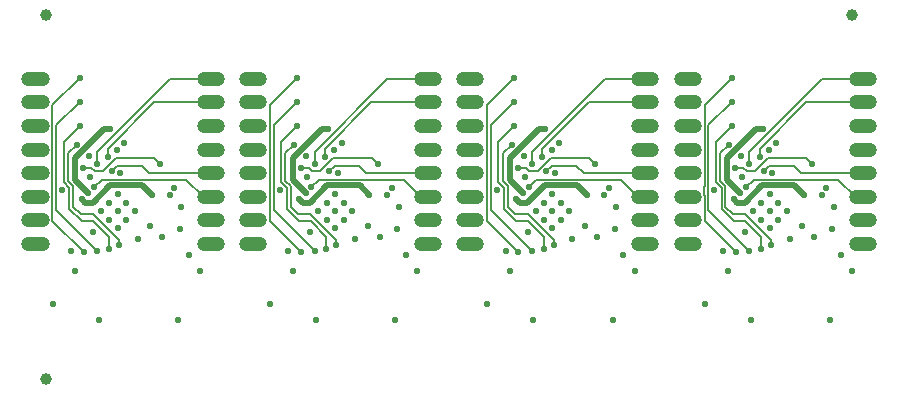
<source format=gbl>
G04 #@! TF.GenerationSoftware,KiCad,Pcbnew,(6.0.6)*
G04 #@! TF.CreationDate,2022-08-31T11:07:13-07:00*
G04 #@! TF.ProjectId,kikit_panel,6b696b69-745f-4706-916e-656c2e6b6963,rev?*
G04 #@! TF.SameCoordinates,Original*
G04 #@! TF.FileFunction,Copper,L4,Bot*
G04 #@! TF.FilePolarity,Positive*
%FSLAX46Y46*%
G04 Gerber Fmt 4.6, Leading zero omitted, Abs format (unit mm)*
G04 Created by KiCad (PCBNEW (6.0.6)) date 2022-08-31 11:07:13*
%MOMM*%
%LPD*%
G01*
G04 APERTURE LIST*
G04 #@! TA.AperFunction,ComponentPad*
%ADD10C,1.200000*%
G04 #@! TD*
G04 #@! TA.AperFunction,ConnectorPad*
%ADD11R,1.200000X1.200000*%
G04 #@! TD*
G04 #@! TA.AperFunction,SMDPad,CuDef*
%ADD12C,1.000000*%
G04 #@! TD*
G04 #@! TA.AperFunction,ViaPad*
%ADD13C,0.580000*%
G04 #@! TD*
G04 #@! TA.AperFunction,Conductor*
%ADD14C,0.508000*%
G04 #@! TD*
G04 #@! TA.AperFunction,Conductor*
%ADD15C,0.293370*%
G04 #@! TD*
G04 #@! TA.AperFunction,Conductor*
%ADD16C,0.203200*%
G04 #@! TD*
G04 APERTURE END LIST*
D10*
X14987300Y-21900760D03*
X16187300Y-21900760D03*
D11*
X15587300Y-21900760D03*
D10*
X48216700Y-25900752D03*
X49416700Y-25900752D03*
D11*
X48816700Y-25900752D03*
D10*
X51791300Y-23900760D03*
D11*
X52391300Y-23900760D03*
D10*
X52991300Y-23900760D03*
D11*
X33989300Y-23900760D03*
D10*
X33389300Y-23900760D03*
X34589300Y-23900760D03*
D11*
X70793300Y-23900760D03*
D10*
X71393300Y-23900760D03*
X70193300Y-23900760D03*
X16187300Y-25900760D03*
D11*
X15587300Y-25900760D03*
D10*
X14987300Y-25900760D03*
X67818700Y-27900760D03*
X66618700Y-27900760D03*
D11*
X67218700Y-27900760D03*
D10*
X48216700Y-31900760D03*
D11*
X48816700Y-31900760D03*
D10*
X49416700Y-31900760D03*
D11*
X85620700Y-31900760D03*
D10*
X85020700Y-31900760D03*
X86220700Y-31900760D03*
D11*
X67218700Y-21900760D03*
D10*
X66618700Y-21900760D03*
X67818700Y-21900760D03*
X67818700Y-31900760D03*
D11*
X67218700Y-31900760D03*
D10*
X66618700Y-31900760D03*
X33389300Y-35900760D03*
X34589300Y-35900760D03*
D11*
X33989300Y-35900760D03*
D10*
X70193300Y-27900760D03*
D11*
X70793300Y-27900760D03*
D10*
X71393300Y-27900760D03*
D11*
X30414700Y-35900760D03*
D10*
X29814700Y-35900760D03*
X31014700Y-35900760D03*
D11*
X67218700Y-25900752D03*
D10*
X67818700Y-25900752D03*
X66618700Y-25900752D03*
X33389300Y-27900760D03*
D11*
X33989300Y-27900760D03*
D10*
X34589300Y-27900760D03*
X86220700Y-35900760D03*
D11*
X85620700Y-35900760D03*
D10*
X85020700Y-35900760D03*
X49416700Y-27900760D03*
D11*
X48816700Y-27900760D03*
D10*
X48216700Y-27900760D03*
X34589300Y-25900760D03*
X33389300Y-25900760D03*
D11*
X33989300Y-25900760D03*
D10*
X70193300Y-29900760D03*
D11*
X70793300Y-29900760D03*
D10*
X71393300Y-29900760D03*
X16187300Y-33900760D03*
D11*
X15587300Y-33900760D03*
D10*
X14987300Y-33900760D03*
D11*
X85620700Y-21900760D03*
D10*
X85020700Y-21900760D03*
X86220700Y-21900760D03*
X31014700Y-27900760D03*
D11*
X30414700Y-27900760D03*
D10*
X29814700Y-27900760D03*
X85020700Y-23900760D03*
X86220700Y-23900760D03*
D11*
X85620700Y-23900760D03*
X52391300Y-31900760D03*
D10*
X52991300Y-31900760D03*
X51791300Y-31900760D03*
X67818700Y-29900760D03*
X66618700Y-29900760D03*
D11*
X67218700Y-29900760D03*
D10*
X71393300Y-33900760D03*
X70193300Y-33900760D03*
D11*
X70793300Y-33900760D03*
X15587300Y-23900760D03*
D10*
X14987300Y-23900760D03*
X16187300Y-23900760D03*
X49416700Y-21900760D03*
X48216700Y-21900760D03*
D11*
X48816700Y-21900760D03*
X33989300Y-31900760D03*
D10*
X33389300Y-31900760D03*
X34589300Y-31900760D03*
X70193300Y-21900760D03*
X71393300Y-21900760D03*
D11*
X70793300Y-21900760D03*
X70793300Y-25900760D03*
D10*
X71393300Y-25900760D03*
X70193300Y-25900760D03*
X85020700Y-27900760D03*
X86220700Y-27900760D03*
D11*
X85620700Y-27900760D03*
D10*
X48216700Y-33900760D03*
X49416700Y-33900760D03*
D11*
X48816700Y-33900760D03*
D10*
X33389300Y-21900760D03*
D11*
X33989300Y-21900760D03*
D10*
X34589300Y-21900760D03*
D11*
X30414700Y-33900760D03*
D10*
X31014700Y-33900760D03*
X29814700Y-33900760D03*
D11*
X52391300Y-25900760D03*
D10*
X52991300Y-25900760D03*
X51791300Y-25900760D03*
D11*
X15587300Y-27900760D03*
D10*
X16187300Y-27900760D03*
X14987300Y-27900760D03*
X71393300Y-35900760D03*
D11*
X70793300Y-35900760D03*
D10*
X70193300Y-35900760D03*
X49416700Y-29900760D03*
X48216700Y-29900760D03*
D11*
X48816700Y-29900760D03*
D10*
X29814700Y-31900760D03*
X31014700Y-31900760D03*
D11*
X30414700Y-31900760D03*
X85620700Y-25900752D03*
D10*
X86220700Y-25900752D03*
X85020700Y-25900752D03*
X51791300Y-27900760D03*
X52991300Y-27900760D03*
D11*
X52391300Y-27900760D03*
D10*
X66618700Y-33900760D03*
D11*
X67218700Y-33900760D03*
D10*
X67818700Y-33900760D03*
X14987300Y-35900760D03*
X16187300Y-35900760D03*
D11*
X15587300Y-35900760D03*
D10*
X16187300Y-31900760D03*
X14987300Y-31900760D03*
D11*
X15587300Y-31900760D03*
D10*
X86220700Y-33900760D03*
D11*
X85620700Y-33900760D03*
D10*
X85020700Y-33900760D03*
X33389300Y-29900760D03*
X34589300Y-29900760D03*
D11*
X33989300Y-29900760D03*
D10*
X48216700Y-35900760D03*
D11*
X48816700Y-35900760D03*
D10*
X49416700Y-35900760D03*
D11*
X30414700Y-21900760D03*
D10*
X29814700Y-21900760D03*
X31014700Y-21900760D03*
X48216700Y-23900760D03*
D11*
X48816700Y-23900760D03*
D10*
X49416700Y-23900760D03*
X51791300Y-29900760D03*
D11*
X52391300Y-29900760D03*
D10*
X52991300Y-29900760D03*
X29814700Y-29900760D03*
D11*
X30414700Y-29900760D03*
D10*
X31014700Y-29900760D03*
D11*
X67218700Y-23900760D03*
D10*
X67818700Y-23900760D03*
X66618700Y-23900760D03*
X51791300Y-33900760D03*
X52991300Y-33900760D03*
D11*
X52391300Y-33900760D03*
X85620700Y-29900760D03*
D10*
X85020700Y-29900760D03*
X86220700Y-29900760D03*
X34589300Y-33900760D03*
X33389300Y-33900760D03*
D11*
X33989300Y-33900760D03*
X52391300Y-35900760D03*
D10*
X52991300Y-35900760D03*
X51791300Y-35900760D03*
X66618700Y-35900760D03*
X67818700Y-35900760D03*
D11*
X67218700Y-35900760D03*
D10*
X16187300Y-29900760D03*
D11*
X15587300Y-29900760D03*
D10*
X14987300Y-29900760D03*
X31014700Y-23900760D03*
D11*
X30414700Y-23900760D03*
D10*
X29814700Y-23900760D03*
D11*
X30414700Y-25900752D03*
D10*
X29814700Y-25900752D03*
X31014700Y-25900752D03*
D11*
X52391300Y-21900760D03*
D10*
X51791300Y-21900760D03*
X52991300Y-21900760D03*
D11*
X70793300Y-31900760D03*
D10*
X71393300Y-31900760D03*
X70193300Y-31900760D03*
D12*
X16500000Y-47300000D03*
X84711000Y-16500000D03*
X16500000Y-16500000D03*
D13*
X20039760Y-31569834D03*
X21930000Y-26170000D03*
X23088579Y-27331280D03*
X20451859Y-34857734D03*
X19480000Y-32080000D03*
X25445699Y-31758500D03*
X21830768Y-32390338D03*
X23267608Y-32390338D03*
X21830768Y-33827179D03*
X22549188Y-33108758D03*
X23267608Y-33827179D03*
X22549188Y-31671917D03*
X22549188Y-34545599D03*
X23986029Y-33108758D03*
X21112347Y-33108758D03*
X29515000Y-38160000D03*
X28540000Y-36800400D03*
X27940000Y-32760000D03*
X26330000Y-35300000D03*
X24239199Y-35505044D03*
X20940000Y-42335000D03*
X18582619Y-36526080D03*
X22466279Y-27958662D03*
X27820000Y-34610000D03*
X18965000Y-38210000D03*
X17850735Y-31351847D03*
X27640000Y-42335000D03*
X26940000Y-31760000D03*
X25300000Y-34380000D03*
X20112596Y-28455635D03*
X20200000Y-30210000D03*
X17040000Y-40960000D03*
X27340000Y-31160000D03*
X22760000Y-29890000D03*
X19630500Y-29428896D03*
X26144199Y-29091490D03*
X22640000Y-35960000D03*
X19097381Y-27474392D03*
X21800000Y-36340000D03*
X19318000Y-25916490D03*
X20819647Y-36528786D03*
X19318000Y-23884500D03*
X19318000Y-21852500D03*
X19669862Y-36581077D03*
X22040000Y-29750000D03*
X21681145Y-28543701D03*
X20810191Y-29091500D03*
X20546532Y-31066471D03*
X38441760Y-31569834D03*
X40332000Y-26170000D03*
X41490579Y-27331280D03*
X38853859Y-34857734D03*
X37882000Y-32080000D03*
X43847699Y-31758500D03*
X40232768Y-32390338D03*
X41669608Y-32390338D03*
X40232768Y-33827179D03*
X40951188Y-33108758D03*
X41669608Y-33827179D03*
X40951188Y-31671917D03*
X40951188Y-34545599D03*
X42388029Y-33108758D03*
X39514347Y-33108758D03*
X47917000Y-38160000D03*
X46942000Y-36800400D03*
X46342000Y-32760000D03*
X44732000Y-35300000D03*
X42641199Y-35505044D03*
X39342000Y-42335000D03*
X36984619Y-36526080D03*
X40868279Y-27958662D03*
X46222000Y-34610000D03*
X37367000Y-38210000D03*
X36252735Y-31351847D03*
X46042000Y-42335000D03*
X45342000Y-31760000D03*
X43702000Y-34380000D03*
X38514596Y-28455635D03*
X38602000Y-30210000D03*
X35442000Y-40960000D03*
X45742000Y-31160000D03*
X41162000Y-29890000D03*
X38032500Y-29428896D03*
X44546199Y-29091490D03*
X41042000Y-35960000D03*
X37499381Y-27474392D03*
X40202000Y-36340000D03*
X37720000Y-25916490D03*
X39221647Y-36528786D03*
X37720000Y-23884500D03*
X37720000Y-21852500D03*
X38071862Y-36581077D03*
X40442000Y-29750000D03*
X40083145Y-28543701D03*
X39212191Y-29091500D03*
X38948532Y-31066471D03*
X56843760Y-31569834D03*
X58734000Y-26170000D03*
X59892579Y-27331280D03*
X57255859Y-34857734D03*
X56284000Y-32080000D03*
X62249699Y-31758500D03*
X58634768Y-32390338D03*
X60071608Y-32390338D03*
X58634768Y-33827179D03*
X59353188Y-33108758D03*
X60071608Y-33827179D03*
X59353188Y-31671917D03*
X59353188Y-34545599D03*
X60790029Y-33108758D03*
X57916347Y-33108758D03*
X66319000Y-38160000D03*
X65344000Y-36800400D03*
X64744000Y-32760000D03*
X63134000Y-35300000D03*
X61043199Y-35505044D03*
X57744000Y-42335000D03*
X55386619Y-36526080D03*
X59270279Y-27958662D03*
X64624000Y-34610000D03*
X55769000Y-38210000D03*
X54654735Y-31351847D03*
X64444000Y-42335000D03*
X63744000Y-31760000D03*
X62104000Y-34380000D03*
X56916596Y-28455635D03*
X57004000Y-30210000D03*
X53844000Y-40960000D03*
X64144000Y-31160000D03*
X59564000Y-29890000D03*
X56434500Y-29428896D03*
X62948199Y-29091490D03*
X59444000Y-35960000D03*
X55901381Y-27474392D03*
X58604000Y-36340000D03*
X56122000Y-25916490D03*
X57623647Y-36528786D03*
X56122000Y-23884500D03*
X56122000Y-21852500D03*
X56473862Y-36581077D03*
X58844000Y-29750000D03*
X58485145Y-28543701D03*
X57614191Y-29091500D03*
X57350532Y-31066471D03*
X75245760Y-31569834D03*
X77136000Y-26170000D03*
X78294579Y-27331280D03*
X75657859Y-34857734D03*
X74686000Y-32080000D03*
X80651699Y-31758500D03*
X77036768Y-32390338D03*
X78473608Y-32390338D03*
X77036768Y-33827179D03*
X77755188Y-33108758D03*
X78473608Y-33827179D03*
X77755188Y-31671917D03*
X77755188Y-34545599D03*
X79192029Y-33108758D03*
X76318347Y-33108758D03*
X84721000Y-38160000D03*
X83746000Y-36800400D03*
X83146000Y-32760000D03*
X81536000Y-35300000D03*
X79445199Y-35505044D03*
X76146000Y-42335000D03*
X73788619Y-36526080D03*
X77672279Y-27958662D03*
X83026000Y-34610000D03*
X74171000Y-38210000D03*
X73056735Y-31351847D03*
X82846000Y-42335000D03*
X82146000Y-31760000D03*
X80506000Y-34380000D03*
X75318596Y-28455635D03*
X75406000Y-30210000D03*
X72246000Y-40960000D03*
X82546000Y-31160000D03*
X77966000Y-29890000D03*
X74836500Y-29428896D03*
X81350199Y-29091490D03*
X77846000Y-35960000D03*
X74303381Y-27474392D03*
X77006000Y-36340000D03*
X74524000Y-25916490D03*
X76025647Y-36528786D03*
X74524000Y-23884500D03*
X74524000Y-21852500D03*
X74875862Y-36581077D03*
X77246000Y-29750000D03*
X76887145Y-28543701D03*
X76016191Y-29091500D03*
X75752532Y-31066471D03*
D14*
X18950000Y-28620000D02*
X21400000Y-26170000D01*
D15*
X20039760Y-31569834D02*
X20029834Y-31569834D01*
D14*
X21400000Y-26170000D02*
X21930000Y-26170000D01*
X20039760Y-31569834D02*
X18950000Y-30480074D01*
X18950000Y-30480074D02*
X18950000Y-28620000D01*
X19790000Y-32390000D02*
X19480000Y-32080000D01*
X21890000Y-30930000D02*
X20430000Y-32390000D01*
X20430000Y-32390000D02*
X19790000Y-32390000D01*
X24617199Y-30930000D02*
X21890000Y-30930000D01*
X25445699Y-31758500D02*
X24617199Y-30930000D01*
D16*
X21296729Y-29690000D02*
X20580000Y-29690000D01*
X20580000Y-29690000D02*
X20318896Y-29428896D01*
X22403229Y-28583500D02*
X21296729Y-29690000D01*
X26144199Y-29091490D02*
X25636209Y-28583500D01*
X20318896Y-29428896D02*
X19630500Y-29428896D01*
X25636209Y-28583500D02*
X22403229Y-28583500D01*
X18787812Y-32752312D02*
X19395500Y-33360000D01*
X22640000Y-35550000D02*
X22640000Y-35960000D01*
X18787812Y-31008824D02*
X18787812Y-32752312D01*
X19395500Y-33360000D02*
X20450000Y-33360000D01*
X18340000Y-30561011D02*
X18787812Y-31008824D01*
X20450000Y-33360000D02*
X22640000Y-35550000D01*
X19097381Y-27474392D02*
X18340000Y-28231773D01*
X18340000Y-28231773D02*
X18340000Y-30561011D01*
X17960000Y-30647293D02*
X18458101Y-31145394D01*
X19318000Y-25916490D02*
X17960000Y-27274490D01*
X18458101Y-31145394D02*
X18458101Y-32930601D01*
X20470000Y-33950000D02*
X21800000Y-35280000D01*
X21800000Y-35280000D02*
X21800000Y-36340000D01*
X19477500Y-33950000D02*
X20470000Y-33950000D01*
X18458101Y-32930601D02*
X19477500Y-33950000D01*
X17960000Y-27274490D02*
X17960000Y-30647293D01*
X17348030Y-31121845D02*
X17348030Y-25854470D01*
X17332634Y-31566453D02*
X17332634Y-31137241D01*
X17332634Y-31137241D02*
X17348030Y-31121845D01*
X20819647Y-36528786D02*
X17348030Y-33057169D01*
X17348030Y-33057169D02*
X17348030Y-31581849D01*
X17348030Y-31581849D02*
X17332634Y-31566453D01*
X17348030Y-25854470D02*
X19318000Y-23884500D01*
X17002923Y-31706873D02*
X17018319Y-31722269D01*
X17018319Y-31722269D02*
X17018319Y-33929534D01*
X17018319Y-33929534D02*
X19669862Y-36581077D01*
X17018319Y-24152181D02*
X17018319Y-30985275D01*
X17002923Y-31000671D02*
X17002923Y-31706873D01*
X17018319Y-30985275D02*
X17002923Y-31000671D01*
X19318000Y-21852500D02*
X17018319Y-24152181D01*
X25175459Y-29900760D02*
X24556699Y-29282000D01*
X29414700Y-29900760D02*
X29398460Y-29917000D01*
X24556699Y-29282000D02*
X22508000Y-29282000D01*
X22080203Y-29663000D02*
X22080203Y-29709797D01*
X22508000Y-29282000D02*
X22040000Y-29750000D01*
X29814700Y-29900760D02*
X25175459Y-29900760D01*
X22080203Y-29709797D02*
X22040000Y-29750000D01*
X29814700Y-23900760D02*
X25599240Y-23900760D01*
X21681145Y-27818855D02*
X21681145Y-28543701D01*
X25599240Y-23900760D02*
X21681145Y-27818855D01*
X20810191Y-28069809D02*
X20810191Y-29091500D01*
X26979240Y-21900760D02*
X20810191Y-28069809D01*
X29814700Y-21900760D02*
X26979240Y-21900760D01*
X21174902Y-30438101D02*
X28352041Y-30438101D01*
X20546532Y-31066471D02*
X21174902Y-30438101D01*
X28352041Y-30438101D02*
X29814700Y-31900760D01*
D14*
X37352000Y-28620000D02*
X39802000Y-26170000D01*
D15*
X38441760Y-31569834D02*
X38431834Y-31569834D01*
D14*
X39802000Y-26170000D02*
X40332000Y-26170000D01*
X38441760Y-31569834D02*
X37352000Y-30480074D01*
X37352000Y-30480074D02*
X37352000Y-28620000D01*
X38192000Y-32390000D02*
X37882000Y-32080000D01*
X40292000Y-30930000D02*
X38832000Y-32390000D01*
X38832000Y-32390000D02*
X38192000Y-32390000D01*
X43019199Y-30930000D02*
X40292000Y-30930000D01*
X43847699Y-31758500D02*
X43019199Y-30930000D01*
D16*
X39698729Y-29690000D02*
X38982000Y-29690000D01*
X38982000Y-29690000D02*
X38720896Y-29428896D01*
X40805229Y-28583500D02*
X39698729Y-29690000D01*
X44546199Y-29091490D02*
X44038209Y-28583500D01*
X38720896Y-29428896D02*
X38032500Y-29428896D01*
X44038209Y-28583500D02*
X40805229Y-28583500D01*
X37189812Y-32752312D02*
X37797500Y-33360000D01*
X41042000Y-35550000D02*
X41042000Y-35960000D01*
X37189812Y-31008824D02*
X37189812Y-32752312D01*
X37797500Y-33360000D02*
X38852000Y-33360000D01*
X36742000Y-30561011D02*
X37189812Y-31008824D01*
X38852000Y-33360000D02*
X41042000Y-35550000D01*
X37499381Y-27474392D02*
X36742000Y-28231773D01*
X36742000Y-28231773D02*
X36742000Y-30561011D01*
X36362000Y-30647293D02*
X36860101Y-31145394D01*
X37720000Y-25916490D02*
X36362000Y-27274490D01*
X36860101Y-31145394D02*
X36860101Y-32930601D01*
X38872000Y-33950000D02*
X40202000Y-35280000D01*
X40202000Y-35280000D02*
X40202000Y-36340000D01*
X37879500Y-33950000D02*
X38872000Y-33950000D01*
X36860101Y-32930601D02*
X37879500Y-33950000D01*
X36362000Y-27274490D02*
X36362000Y-30647293D01*
X35750030Y-31121845D02*
X35750030Y-25854470D01*
X35734634Y-31566453D02*
X35734634Y-31137241D01*
X35734634Y-31137241D02*
X35750030Y-31121845D01*
X39221647Y-36528786D02*
X35750030Y-33057169D01*
X35750030Y-33057169D02*
X35750030Y-31581849D01*
X35750030Y-31581849D02*
X35734634Y-31566453D01*
X35750030Y-25854470D02*
X37720000Y-23884500D01*
X35404923Y-31706873D02*
X35420319Y-31722269D01*
X35420319Y-31722269D02*
X35420319Y-33929534D01*
X35420319Y-33929534D02*
X38071862Y-36581077D01*
X35420319Y-24152181D02*
X35420319Y-30985275D01*
X35404923Y-31000671D02*
X35404923Y-31706873D01*
X35420319Y-30985275D02*
X35404923Y-31000671D01*
X37720000Y-21852500D02*
X35420319Y-24152181D01*
X43577459Y-29900760D02*
X42958699Y-29282000D01*
X47816700Y-29900760D02*
X47800460Y-29917000D01*
X42958699Y-29282000D02*
X40910000Y-29282000D01*
X40482203Y-29663000D02*
X40482203Y-29709797D01*
X40910000Y-29282000D02*
X40442000Y-29750000D01*
X48216700Y-29900760D02*
X43577459Y-29900760D01*
X40482203Y-29709797D02*
X40442000Y-29750000D01*
X48216700Y-23900760D02*
X44001240Y-23900760D01*
X40083145Y-27818855D02*
X40083145Y-28543701D01*
X44001240Y-23900760D02*
X40083145Y-27818855D01*
X39212191Y-28069809D02*
X39212191Y-29091500D01*
X45381240Y-21900760D02*
X39212191Y-28069809D01*
X48216700Y-21900760D02*
X45381240Y-21900760D01*
X39576902Y-30438101D02*
X46754041Y-30438101D01*
X38948532Y-31066471D02*
X39576902Y-30438101D01*
X46754041Y-30438101D02*
X48216700Y-31900760D01*
D14*
X55754000Y-28620000D02*
X58204000Y-26170000D01*
D15*
X56843760Y-31569834D02*
X56833834Y-31569834D01*
D14*
X58204000Y-26170000D02*
X58734000Y-26170000D01*
X56843760Y-31569834D02*
X55754000Y-30480074D01*
X55754000Y-30480074D02*
X55754000Y-28620000D01*
X56594000Y-32390000D02*
X56284000Y-32080000D01*
X58694000Y-30930000D02*
X57234000Y-32390000D01*
X57234000Y-32390000D02*
X56594000Y-32390000D01*
X61421199Y-30930000D02*
X58694000Y-30930000D01*
X62249699Y-31758500D02*
X61421199Y-30930000D01*
D16*
X58100729Y-29690000D02*
X57384000Y-29690000D01*
X57384000Y-29690000D02*
X57122896Y-29428896D01*
X59207229Y-28583500D02*
X58100729Y-29690000D01*
X62948199Y-29091490D02*
X62440209Y-28583500D01*
X57122896Y-29428896D02*
X56434500Y-29428896D01*
X62440209Y-28583500D02*
X59207229Y-28583500D01*
X55591812Y-32752312D02*
X56199500Y-33360000D01*
X59444000Y-35550000D02*
X59444000Y-35960000D01*
X55591812Y-31008824D02*
X55591812Y-32752312D01*
X56199500Y-33360000D02*
X57254000Y-33360000D01*
X55144000Y-30561011D02*
X55591812Y-31008824D01*
X57254000Y-33360000D02*
X59444000Y-35550000D01*
X55901381Y-27474392D02*
X55144000Y-28231773D01*
X55144000Y-28231773D02*
X55144000Y-30561011D01*
X54764000Y-30647293D02*
X55262101Y-31145394D01*
X56122000Y-25916490D02*
X54764000Y-27274490D01*
X55262101Y-31145394D02*
X55262101Y-32930601D01*
X57274000Y-33950000D02*
X58604000Y-35280000D01*
X58604000Y-35280000D02*
X58604000Y-36340000D01*
X56281500Y-33950000D02*
X57274000Y-33950000D01*
X55262101Y-32930601D02*
X56281500Y-33950000D01*
X54764000Y-27274490D02*
X54764000Y-30647293D01*
X54152030Y-31121845D02*
X54152030Y-25854470D01*
X54136634Y-31566453D02*
X54136634Y-31137241D01*
X54136634Y-31137241D02*
X54152030Y-31121845D01*
X57623647Y-36528786D02*
X54152030Y-33057169D01*
X54152030Y-33057169D02*
X54152030Y-31581849D01*
X54152030Y-31581849D02*
X54136634Y-31566453D01*
X54152030Y-25854470D02*
X56122000Y-23884500D01*
X53806923Y-31706873D02*
X53822319Y-31722269D01*
X53822319Y-31722269D02*
X53822319Y-33929534D01*
X53822319Y-33929534D02*
X56473862Y-36581077D01*
X53822319Y-24152181D02*
X53822319Y-30985275D01*
X53806923Y-31000671D02*
X53806923Y-31706873D01*
X53822319Y-30985275D02*
X53806923Y-31000671D01*
X56122000Y-21852500D02*
X53822319Y-24152181D01*
X61979459Y-29900760D02*
X61360699Y-29282000D01*
X66218700Y-29900760D02*
X66202460Y-29917000D01*
X61360699Y-29282000D02*
X59312000Y-29282000D01*
X58884203Y-29663000D02*
X58884203Y-29709797D01*
X59312000Y-29282000D02*
X58844000Y-29750000D01*
X66618700Y-29900760D02*
X61979459Y-29900760D01*
X58884203Y-29709797D02*
X58844000Y-29750000D01*
X66618700Y-23900760D02*
X62403240Y-23900760D01*
X58485145Y-27818855D02*
X58485145Y-28543701D01*
X62403240Y-23900760D02*
X58485145Y-27818855D01*
X57614191Y-28069809D02*
X57614191Y-29091500D01*
X63783240Y-21900760D02*
X57614191Y-28069809D01*
X66618700Y-21900760D02*
X63783240Y-21900760D01*
X57978902Y-30438101D02*
X65156041Y-30438101D01*
X57350532Y-31066471D02*
X57978902Y-30438101D01*
X65156041Y-30438101D02*
X66618700Y-31900760D01*
D14*
X74156000Y-28620000D02*
X76606000Y-26170000D01*
D15*
X75245760Y-31569834D02*
X75235834Y-31569834D01*
D14*
X76606000Y-26170000D02*
X77136000Y-26170000D01*
X75245760Y-31569834D02*
X74156000Y-30480074D01*
X74156000Y-30480074D02*
X74156000Y-28620000D01*
X74996000Y-32390000D02*
X74686000Y-32080000D01*
X77096000Y-30930000D02*
X75636000Y-32390000D01*
X75636000Y-32390000D02*
X74996000Y-32390000D01*
X79823199Y-30930000D02*
X77096000Y-30930000D01*
X80651699Y-31758500D02*
X79823199Y-30930000D01*
D16*
X76502729Y-29690000D02*
X75786000Y-29690000D01*
X75786000Y-29690000D02*
X75524896Y-29428896D01*
X77609229Y-28583500D02*
X76502729Y-29690000D01*
X81350199Y-29091490D02*
X80842209Y-28583500D01*
X75524896Y-29428896D02*
X74836500Y-29428896D01*
X80842209Y-28583500D02*
X77609229Y-28583500D01*
X73993812Y-32752312D02*
X74601500Y-33360000D01*
X77846000Y-35550000D02*
X77846000Y-35960000D01*
X73993812Y-31008824D02*
X73993812Y-32752312D01*
X74601500Y-33360000D02*
X75656000Y-33360000D01*
X73546000Y-30561011D02*
X73993812Y-31008824D01*
X75656000Y-33360000D02*
X77846000Y-35550000D01*
X74303381Y-27474392D02*
X73546000Y-28231773D01*
X73546000Y-28231773D02*
X73546000Y-30561011D01*
X73166000Y-30647293D02*
X73664101Y-31145394D01*
X74524000Y-25916490D02*
X73166000Y-27274490D01*
X73664101Y-31145394D02*
X73664101Y-32930601D01*
X75676000Y-33950000D02*
X77006000Y-35280000D01*
X77006000Y-35280000D02*
X77006000Y-36340000D01*
X74683500Y-33950000D02*
X75676000Y-33950000D01*
X73664101Y-32930601D02*
X74683500Y-33950000D01*
X73166000Y-27274490D02*
X73166000Y-30647293D01*
X72554030Y-31121845D02*
X72554030Y-25854470D01*
X72538634Y-31566453D02*
X72538634Y-31137241D01*
X72538634Y-31137241D02*
X72554030Y-31121845D01*
X76025647Y-36528786D02*
X72554030Y-33057169D01*
X72554030Y-33057169D02*
X72554030Y-31581849D01*
X72554030Y-31581849D02*
X72538634Y-31566453D01*
X72554030Y-25854470D02*
X74524000Y-23884500D01*
X72208923Y-31706873D02*
X72224319Y-31722269D01*
X72224319Y-31722269D02*
X72224319Y-33929534D01*
X72224319Y-33929534D02*
X74875862Y-36581077D01*
X72224319Y-24152181D02*
X72224319Y-30985275D01*
X72208923Y-31000671D02*
X72208923Y-31706873D01*
X72224319Y-30985275D02*
X72208923Y-31000671D01*
X74524000Y-21852500D02*
X72224319Y-24152181D01*
X80381459Y-29900760D02*
X79762699Y-29282000D01*
X84620700Y-29900760D02*
X84604460Y-29917000D01*
X79762699Y-29282000D02*
X77714000Y-29282000D01*
X77286203Y-29663000D02*
X77286203Y-29709797D01*
X77714000Y-29282000D02*
X77246000Y-29750000D01*
X85020700Y-29900760D02*
X80381459Y-29900760D01*
X77286203Y-29709797D02*
X77246000Y-29750000D01*
X85020700Y-23900760D02*
X80805240Y-23900760D01*
X76887145Y-27818855D02*
X76887145Y-28543701D01*
X80805240Y-23900760D02*
X76887145Y-27818855D01*
X76016191Y-28069809D02*
X76016191Y-29091500D01*
X82185240Y-21900760D02*
X76016191Y-28069809D01*
X85020700Y-21900760D02*
X82185240Y-21900760D01*
X76380902Y-30438101D02*
X83558041Y-30438101D01*
X75752532Y-31066471D02*
X76380902Y-30438101D01*
X83558041Y-30438101D02*
X85020700Y-31900760D01*
M02*

</source>
